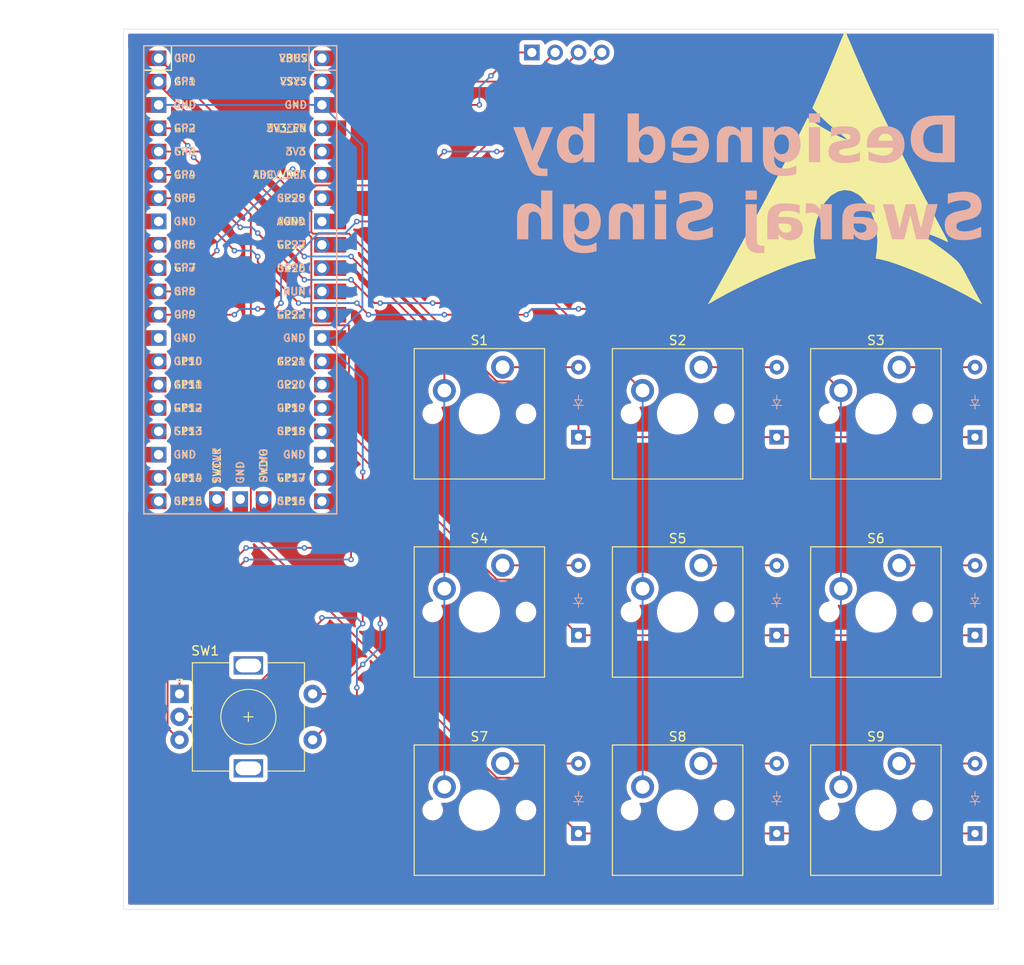
<source format=kicad_pcb>
(kicad_pcb (version 20240108) (generator "pcbnew") (generator_version "8.0")
  (layers (0 "F.Cu" signal) (31 "B.Cu" signal) (34 "B.Paste" user) (35 "F.Paste" user) (36 "B.SilkS" user "B.Silkscreen") (37 "F.SilkS" user "F.Silkscreen") (38 "B.Mask" user) (39 "F.Mask" user) (44 "Edge.Cuts" user))
  (net 0 "")
  (net 1 "Row 0")
  (net 2 "Net-(D1-A)")
  (net 3 "Net-(D2-A)")
  (net 4 "Net-(D3-A)")
  (net 5 "Row 1")
  (net 6 "Net-(D4-A)")
  (net 7 "Net-(D5-A)")
  (net 8 "Net-(D6-A)")
  (net 9 "Net-(D7-A)")
  (net 10 "Row 2")
  (net 11 "Net-(D8-A)")
  (net 12 "Net-(D9-A)")
  (net 13 "Column 0")
  (net 14 "Column 1")
  (net 15 "Column 2")
  (net 16 "SDA")
  (net 21 "GND")
  (net 34 "Button")
  (net 35 "VCC")
  (net 41 "SCL")
  (net 44 "Step")
  (net 46 "Direction")
  (footprint "ScottoKeebs_MX:MX_PCB_1.00u" (layer "F.Cu") (at 147.955 76.2)
    (property "Reference" "S3" (at 0 -8 0) (layer "F.SilkS"))
    (property "Value" "Keyswitch")
    (pad "" np_thru_hole circle (at -5.08 0) (size 1.75 1.75) (drill 1.75) (layers "*.Cu" "*.Mask"))
    (pad "" np_thru_hole circle (at 0 0) (size 4 4) (drill 4) (layers "*.Cu" "*.Mask"))
    (pad "" np_thru_hole circle (at 5.08 0) (size 1.75 1.75) (drill 1.75) (layers "*.Cu" "*.Mask"))
    (pad "1" thru_hole circle (at -3.81 -2.54) (size 2.5 2.5) (drill 1.5) (layers "*.Cu" "*.Mask") (net 15 "Column 2"))
    (pad "2" thru_hole circle (at 2.54 -5.08) (size 2.5 2.5) (drill 1.5) (layers "*.Cu" "*.Mask") (net 4 "Net-(D3-A)"))
  )
  (footprint "ScottoKeebs_MX:MX_PCB_1.00u" (layer "F.Cu") (at 147.955 119.38)
    (property "Reference" "S9" (at 0 -8 0) (layer "F.SilkS"))
    (property "Value" "Keyswitch")
    (pad "" np_thru_hole circle (at -5.08 0) (size 1.75 1.75) (drill 1.75) (layers "*.Cu" "*.Mask"))
    (pad "" np_thru_hole circle (at 0 0) (size 4 4) (drill 4) (layers "*.Cu" "*.Mask"))
    (pad "" np_thru_hole circle (at 5.08 0) (size 1.75 1.75) (drill 1.75) (layers "*.Cu" "*.Mask"))
    (pad "1" thru_hole circle (at -3.81 -2.54) (size 2.5 2.5) (drill 1.5) (layers "*.Cu" "*.Mask") (net 15 "Column 2"))
    (pad "2" thru_hole circle (at 2.54 -5.08) (size 2.5 2.5) (drill 1.5) (layers "*.Cu" "*.Mask") (net 12 "Net-(D9-A)"))
  )
  (footprint "ScottoKeebs_MX:MX_PCB_1.00u" (layer "F.Cu") (at 126.365 97.79)
    (property "Reference" "S5" (at 0 -8 0) (layer "F.SilkS"))
    (property "Value" "Keyswitch")
    (pad "" np_thru_hole circle (at -5.08 0) (size 1.75 1.75) (drill 1.75) (layers "*.Cu" "*.Mask"))
    (pad "" np_thru_hole circle (at 0 0) (size 4 4) (drill 4) (layers "*.Cu" "*.Mask"))
    (pad "" np_thru_hole circle (at 5.08 0) (size 1.75 1.75) (drill 1.75) (layers "*.Cu" "*.Mask"))
    (pad "1" thru_hole circle (at -3.81 -2.54) (size 2.5 2.5) (drill 1.5) (layers "*.Cu" "*.Mask") (net 14 "Column 1"))
    (pad "2" thru_hole circle (at 2.54 -5.08) (size 2.5 2.5) (drill 1.5) (layers "*.Cu" "*.Mask") (net 7 "Net-(D5-A)"))
  )
  (footprint "Rotary_Encoder:RotaryEncoder_Alps_EC11E-Switch_Vertical_H20mm" (layer "F.Cu") (at 72.125 106.72)
    (property "Reference" "SW1" (at 2.8 -4.7 0) (layer "F.SilkS"))
    (property "Value" "RotaryEncoder_Switch")
    (pad "A" thru_hole rect (at 0 0) (size 2 2) (drill 1) (layers "*.Cu" "*.Mask") (net 46 "Direction"))
    (pad "B" thru_hole circle (at 0 5) (size 2 2) (drill 1) (layers "*.Cu" "*.Mask") (net 34 "Button"))
    (pad "C" thru_hole circle (at 0 2.5) (size 2 2) (drill 1) (layers "*.Cu" "*.Mask") (net 21 "GND"))
    (pad "MP" thru_hole rect (at 7.5 -3.1) (size 3.2 2) (drill oval 2.8 1.5) (layers "*.Cu" "*.Mask"))
    (pad "MP" thru_hole rect (at 7.5 8.1) (size 3.2 2) (drill oval 2.8 1.5) (layers "*.Cu" "*.Mask"))
    (pad "S1" thru_hole circle (at 14.5 5) (size 2 2) (drill 1) (layers "*.Cu" "*.Mask") (net 21 "GND"))
    (pad "S2" thru_hole circle (at 14.5 0) (size 2 2) (drill 1) (layers "*.Cu" "*.Mask") (net 44 "Step"))
  )
  (footprint "ScottoKeebs_MX:MX_PCB_1.00u" (layer "F.Cu") (at 126.365 76.2)
    (property "Reference" "S2" (at 0 -8 0) (layer "F.SilkS"))
    (property "Value" "Keyswitch")
    (pad "" np_thru_hole circle (at -5.08 0) (size 1.75 1.75) (drill 1.75) (layers "*.Cu" "*.Mask"))
    (pad "" np_thru_hole circle (at 0 0) (size 4 4) (drill 4) (layers "*.Cu" "*.Mask"))
    (pad "" np_thru_hole circle (at 5.08 0) (size 1.75 1.75) (drill 1.75) (layers "*.Cu" "*.Mask"))
    (pad "1" thru_hole circle (at -3.81 -2.54) (size 2.5 2.5) (drill 1.5) (layers "*.Cu" "*.Mask") (net 14 "Column 1"))
    (pad "2" thru_hole circle (at 2.54 -5.08) (size 2.5 2.5) (drill 1.5) (layers "*.Cu" "*.Mask") (net 3 "Net-(D2-A)"))
  )
  (footprint "ScottoKeebs_MX:MX_PCB_1.00u" (layer "F.Cu") (at 104.775 119.38)
    (property "Reference" "S7" (at 0 -8 0) (layer "F.SilkS"))
    (property "Value" "Keyswitch")
    (pad "" np_thru_hole circle (at -5.08 0) (size 1.75 1.75) (drill 1.75) (layers "*.Cu" "*.Mask"))
    (pad "" np_thru_hole circle (at 0 0) (size 4 4) (drill 4) (layers "*.Cu" "*.Mask"))
    (pad "" np_thru_hole circle (at 5.08 0) (size 1.75 1.75) (drill 1.75) (layers "*.Cu" "*.Mask"))
    (pad "1" thru_hole circle (at -3.81 -2.54) (size 2.5 2.5) (drill 1.5) (layers "*.Cu" "*.Mask") (net 13 "Column 0"))
    (pad "2" thru_hole circle (at 2.54 -5.08) (size 2.5 2.5) (drill 1.5) (layers "*.Cu" "*.Mask") (net 9 "Net-(D7-A)"))
  )
  (footprint "ScottoKeebs_MX:MX_PCB_1.00u" (layer "F.Cu") (at 104.775 76.2)
    (property "Reference" "S1" (at 0 -8 0) (layer "F.SilkS"))
    (property "Value" "Keyswitch")
    (pad "" np_thru_hole circle (at -5.08 0) (size 1.75 1.75) (drill 1.75) (layers "*.Cu" "*.Mask"))
    (pad "" np_thru_hole circle (at 0 0) (size 4 4) (drill 4) (layers "*.Cu" "*.Mask"))
    (pad "" np_thru_hole circle (at 5.08 0) (size 1.75 1.75) (drill 1.75) (layers "*.Cu" "*.Mask"))
    (pad "1" thru_hole circle (at -3.81 -2.54) (size 2.5 2.5) (drill 1.5) (layers "*.Cu" "*.Mask") (net 13 "Column 0"))
    (pad "2" thru_hole circle (at 2.54 -5.08) (size 2.5 2.5) (drill 1.5) (layers "*.Cu" "*.Mask") (net 2 "Net-(D1-A)"))
  )
  (footprint "ScottoKeebs_Components:OLED_128x64" (layer "F.Cu") (at 114.3 36.83)
    (property "Reference" "J1" (hide yes))
    (property "Value" "OLED_128x64")
    (pad "1" thru_hole rect (at -3.81 0 90) (size 1.7 1.7) (drill 1) (layers "*.Cu" "*.Mask") (net 21 "GND"))
    (pad "2" thru_hole oval (at -1.27 0 90) (size 1.7 1.7) (drill 1) (layers "*.Cu" "*.Mask") (net 35 "VCC"))
    (pad "3" thru_hole oval (at 1.27 0 90) (size 1.7 1.7) (drill 1) (layers "*.Cu" "*.Mask") (net 41 "SCL"))
    (pad "4" thru_hole oval (at 3.81 0 90) (size 1.7 1.7) (drill 1) (layers "*.Cu" "*.Mask") (net 16 "SDA"))
  )
  (footprint "ScottoKeebs_MX:MX_PCB_1.00u" (layer "F.Cu") (at 104.775 97.79)
    (property "Reference" "S4" (at 0 -8 0) (layer "F.SilkS"))
    (property "Value" "Keyswitch")
    (pad "" np_thru_hole circle (at -5.08 0) (size 1.75 1.75) (drill 1.75) (layers "*.Cu" "*.Mask"))
    (pad "" np_thru_hole circle (at 0 0) (size 4 4) (drill 4) (layers "*.Cu" "*.Mask"))
    (pad "" np_thru_hole circle (at 5.08 0) (size 1.75 1.75) (drill 1.75) (layers "*.Cu" "*.Mask"))
    (pad "1" thru_hole circle (at -3.81 -2.54) (size 2.5 2.5) (drill 1.5) (layers "*.Cu" "*.Mask") (net 13 "Column 0"))
    (pad "2" thru_hole circle (at 2.54 -5.08) (size 2.5 2.5) (drill 1.5) (layers "*.Cu" "*.Mask") (net 6 "Net-(D4-A)"))
  )
  (footprint "Graphics:archh" (layer "F.Cu") (at 144.526 49.276)
    (property "Reference" "G***" (hide yes))
    (property "Value" "LOGO" (hide yes))
  )
  (footprint "ScottoKeebs_MX:MX_PCB_1.00u" (layer "F.Cu") (at 147.955 97.79)
    (property "Reference" "S6" (at 0 -8 0) (layer "F.SilkS"))
    (property "Value" "Keyswitch")
    (pad "" np_thru_hole circle (at -5.08 0) (size 1.75 1.75) (drill 1.75) (layers "*.Cu" "*.Mask"))
    (pad "" np_thru_hole circle (at 0 0) (size 4 4) (drill 4) (layers "*.Cu" "*.Mask"))
    (pad "" np_thru_hole circle (at 5.08 0) (size 1.75 1.75) (drill 1.75) (layers "*.Cu" "*.Mask"))
    (pad "1" thru_hole circle (at -3.81 -2.54) (size 2.5 2.5) (drill 1.5) (layers "*.Cu" "*.Mask") (net 15 "Column 2"))
    (pad "2" thru_hole circle (at 2.54 -5.08) (size 2.5 2.5) (drill 1.5) (layers "*.Cu" "*.Mask") (net 8 "Net-(D6-A)"))
  )
  (footprint "ScottoKeebs_MX:MX_PCB_1.00u" (layer "F.Cu") (at 126.365 119.38)
    (property "Reference" "S8" (at 0 -8 0) (layer "F.SilkS"))
    (property "Value" "Keyswitch")
    (pad "" np_thru_hole circle (at -5.08 0) (size 1.75 1.75) (drill 1.75) (layers "*.Cu" "*.Mask"))
    (pad "" np_thru_hole circle (at 0 0) (size 4 4) (drill 4) (layers "*.Cu" "*.Mask"))
    (pad "" np_thru_hole circle (at 5.08 0) (size 1.75 1.75) (drill 1.75) (layers "*.Cu" "*.Mask"))
    (pad "1" thru_hole circle (at -3.81 -2.54) (size 2.5 2.5) (drill 1.5) (layers "*.Cu" "*.Mask") (net 14 "Column 1"))
    (pad "2" thru_hole circle (at 2.54 -5.08) (size 2.5 2.5) (drill 1.5) (layers "*.Cu" "*.Mask") (net 11 "Net-(D8-A)"))
  )
  (footprint "ScottoKeebs_MCU:Raspberry_Pi_Pico" (layer "F.Cu") (at 78.74 61.595)
    (property "Reference" "U1" (hide yes))
    (property "Value" "Raspberry_Pi_Pico" (hide yes))
    (fp_text user "GP0" (at -6.04 -24.13 0) (layer "B.SilkS") (effects (font (size 0.8 0.8)) (justify mirror)))
    (fp_text user "3V3" (at 6.04 -13.97 0) (layer "B.SilkS") (effects (font (size 0.8 0.8)) (justify mirror)))
    (fp_text user "SWDIO" (at 2.54 20.25 90) (layer "B.SilkS") (effects (font (size 0.8 0.8)) (justify mirror)))
    (fp_text user "GP10" (at -5.69 8.89 0) (layer "B.SilkS") (effects (font (size 0.8 0.8)) (justify mirror)))
    (fp_text user "GP2" (at -6.04 -16.51 0) (layer "B.SilkS") (effects (font (size 0.8 0.8)) (justify mirror)))
    (fp_text user "GP14" (at -5.69 21.59 0) (layer "B.SilkS") (effects (font (size 0.8 0.8)) (justify mirror)))
    (fp_text user "GP22" (at 5.54 3.81 0) (layer "B.SilkS") (effects (font (size 0.8 0.8)) (justify mirror)))
    (fp_text user "GP4" (at -6.04 -11.43 0) (layer "B.SilkS") (effects (font (size 0.8 0.8)) (justify mirror)))
    (fp_text user "GP12" (at -5.69 13.97 0) (layer "B.SilkS") (effects (font (size 0.8 0.8)) (justify mirror)))
    (fp_text user "GP18" (at 5.54 16.51 0) (layer "B.SilkS") (effects (font (size 0.8 0.8)) (justify mirror)))
    (fp_text user "GND" (at 6.04 -19.05 0) (layer "B.SilkS") (effects (font (size 0.8 0.8)) (justify mirror)))
    (fp_text user "3V3_EN" (at 5.04 -16.51 0) (layer "B.SilkS") (effects (font (size 0.8 0.8)) (justify mirror)))
    (fp_text user "GP15" (at -5.69 24.13 0) (layer "B.SilkS") (effects (font (size 0.8 0.8)) (justify mirror)))
    (fp_text user "SWCLK" (at -2.54 20.25 90) (layer "B.SilkS") (effects (font (size 0.8 0.8)) (justify mirror)))
    (fp_text user "GND" (at -6.04 19.05 0) (layer "B.SilkS") (effects (font (size 0.8 0.8)) (justify mirror)))
    (fp_text user "GP26" (at 5.54 -1.27 0) (layer "B.SilkS") (effects (font (size 0.8 0.8)) (justify mirror)))
    (fp_text user "GP9" (at -6.04 3.81 0) (layer "B.SilkS") (effects (font (size 0.8 0.8)) (justify mirror)))
    (fp_text user "GP8" (at -6.04 1.27 0) (layer "B.SilkS") (effects (font (size 0.8 0.8)) (justify mirror)))
    (fp_text user "GND" (at 5.89 19.05 0) (layer "B.SilkS") (effects (font (size 0.8 0.8)) (justify mirror)))
    (fp_text user "GP7" (at -6.04 -1.3 0) (layer "B.SilkS") (effects (font (size 0.8 0.8)) (justify mirror)))
    (fp_text user "RUN" (at 5.89 1.27 0) (layer "B.SilkS") (effects (font (size 0.8 0.8)) (justify mirror)))
    (fp_text user "GP19" (at 5.54 13.97 0) (layer "B.SilkS") (effects (font (size 0.8 0.8)) (justify mirror)))
    (fp_text user "GP21" (at 5.54 8.9 0) (layer "B.SilkS") (effects (font (size 0.8 0.8)) (justify mirror)))
    (fp_text user "ADC_VREF" (at 4.29 -11.43 0) (layer "B.SilkS") (effects (font (size 0.8 0.8)) (justify mirror)))
    (fp_text user "GP27" (at 5.54 -3.8 0) (layer "B.SilkS") (effects (font (size 0.8 0.8)) (justify mirror)))
    (fp_text user "GND" (at 5.89 6.35 0) (layer "B.SilkS") (effects (font (size 0.8 0.8)) (justify mirror)))
    (fp_text user "GND" (at 0 21 90) (layer "B.SilkS") (effects (font (size 0.8 0.8)) (justify mirror)))
    (fp_text user "GP1" (at -6.04 -21.6 0) (layer "B.SilkS") (effects (font (size 0.8 0.8)) (justify mirror)))
    (fp_text user "GP6" (at -6.04 -3.81 0) (layer "B.SilkS") (effects (font (size 0.8 0.8)) (justify mirror)))
    (fp_text user "VBUS" (at 5.79 -24.13 0) (layer "B.SilkS") (effects (font (size 0.8 0.8)) (justify mirror)))
    (fp_text user "GP11" (at -5.69 11.43 0) (layer "B.SilkS") (effects (font (size 0.8 0.8)) (justify mirror)))
    (fp_text user "GP13" (at -5.69 16.51 0) (layer "B.SilkS") (effects (font (size 0.8 0.8)) (justify mirror)))
    (fp_text user "VSYS" (at 5.79 -21.59 0) (layer "B.SilkS") (effects (font (size 0.8 0.8)) (justify mirror)))
    (fp_text user "AGND" (at 5.54 -6.35 0) (layer "B.SilkS") (effects (font (size 0.8 0.8)) (justify mirror)))
    (fp_text user "GP28" (at 5.54 -8.89 0) (layer "B.SilkS") (effects (font (size 0.8 0.8)) (justify mirror)))
    (fp_text user "GP20" (at 5.54 11.43 0) (layer "B.SilkS") (effects (font (size 0.8 0.8)) (justify mirror)))
    (fp_text user "GP16" (at 5.54 24.13 0) (layer "B.SilkS") (effects (font (size 0.8 0.8)) (justify mirror)))
    (fp_text user "GP3" (at -6.04 -13.97 0) (layer "B.SilkS") (effects (font (size 0.8 0.8)) (justify mirror)))
    (fp_text user "GND" (at -6.04 6.35 0) (layer "B.SilkS") (effects (font (size 0.8 0.8)) (justify mirror)))
    (fp_text user "GP17" (at 5.54 21.59 0) (layer "B.SilkS") (effects (font (size 0.8 0.8)) (justify mirror)))
    (fp_text user "GND" (at -6.04 -6.35 0) (layer "B.SilkS") (effects (font (size 0.8 0.8)) (justify mirror)))
    (fp_text user "GND" (at -6.04 -19.05 0) (layer "B.SilkS") (effects (font (size 0.8 0.8)) (justify mirror)))
    (fp_text user "GP5" (at -6.04 -8.89 0) (layer "B.SilkS") (effects (font (size 0.8 0.8)) (justify mirror)))
    (fp_text user "GND" (at -6.04 19.05 0) (layer "F.SilkS") (effects (font (size 0.8 0.8))))
    (fp_text user "GND" (at -6.04 6.35 0) (layer "F.SilkS") (effects (font (size 0.8 0.8))))
    (fp_text user "GP3" (at -6.04 -13.97 0) (layer "F.SilkS") (effects (font (size 0.8 0.8))))
    (fp_text user "GP28" (at 5.54 -8.89 0) (layer "F.SilkS") (effects (font (size 0.8 0.8))))
    (fp_text user "GP10" (at -5.69 8.89 0) (layer "F.SilkS") (effects (font (size 0.8 0.8))))
    (fp_text user "SWCLK" (at -2.54 20.25 90) (layer "F.SilkS") (effects (font (size 0.8 0.8))))
    (fp_text user "GP5" (at -6.04 -8.89 0) (layer "F.SilkS") (effects (font (size 0.8 0.8))))
    (fp_text user "GP26" (at 5.54 -1.27 0) (layer "F.SilkS") (effects (font (size 0.8 0.8))))
    (fp_text user "GND" (at 5.89 6.35 0) (layer "F.SilkS") (effects (font (size 0.8 0.8))))
    (fp_text user "GP8" (at -6.04 1.27 0) (layer "F.SilkS") (effects (font (size 0.8 0.8))))
    (fp_text user "GND" (at 0 21 90) (layer "F.SilkS") (effects (font (size 0.8 0.8))))
    (fp_text user "GND" (at 5.89 19.05 0) (layer "F.SilkS") (effects (font (size 0.8 0.8))))
    (fp_text user "GP12" (at -5.69 13.97 0) (layer "F.SilkS") (effects (font (size 0.8 0.8))))
    (fp_text user "RUN" (at 5.89 1.27 0) (layer "F.SilkS") (effects (font (size 0.8 0.8))))
    (fp_text user "GP13" (at -5.69 16.51 0) (layer "F.SilkS") (effects (font (size 0.8 0.8))))
    (fp_text user "GP21" (at 5.54 8.9 0) (layer "F.SilkS") (effects (font (size 0.8 0.8))))
    (fp_text user "3V3_EN" (at 5.04 -16.51 0) (layer "F.SilkS") (effects (font (size 0.8 0.8))))
    (fp_text user "GP6" (at -6.04 -3.81 0) (layer "F.SilkS") (effects (font (size 0.8 0.8))))
    (fp_text user "GP0" (at -6.04 -24.13 0) (layer "F.SilkS") (effects (font (size 0.8 0.8))))
    (fp_text user "VBUS" (at 5.79 -24.13 0) (layer "F.SilkS") (effects (font (size 0.8 0.8))))
    (fp_text user "SWDIO" (at 2.54 20.25 90) (layer "F.SilkS") (effects (font (size 0.8 0.8))))
    (fp_text user "GND" (at -6.04 -6.35 0) (layer "F.SilkS") (effects (font (size 0.8 0.8))))
    (fp_text user "GP1" (at -6.04 -21.6 0) (layer "F.SilkS") (effects (font (size 0.8 0.8))))
    (fp_text user "GP4" (at -6.04 -11.43 0) (layer "F.SilkS") (effects (font (size 0.8 0.8))))
    (fp_text user "GP9" (at -6.04 3.81 0) (layer "F.SilkS") (effects (font (size 0.8 0.8))))
    (fp_text user "GP20" (at 5.54 11.43 0) (layer "F.SilkS") (effects (font (size 0.8 0.8))))
    (fp_text user "GP17" (at 5.54 21.59 0) (layer "F.SilkS") (effects (font (size 0.8 0.8))))
    (fp_text user "GP11" (at -5.69 11.43 0) (layer "F.SilkS") (effects (font (size 0.8 0.8))))
    (fp_text user "GP15" (at -5.69 24.13 0) (layer "F.SilkS") (effects (font (size 0.8 0.8))))
    (fp_text user "GND" (at -6.04 -19.05 0) (layer "F.SilkS") (effects (font (size 0.8 0.8))))
    (fp_text user "3V3" (at 6.04 -13.97 0) (layer "F.SilkS") (effects (font (size 0.8 0.8))))
    (fp_text user "VSYS" (at 5.79 -21.59 0) (layer "F.SilkS") (effects (font (size 0.8 0.8))))
    (fp_text user "GP16" (at 5.54 24.13 0) (layer "F.SilkS") (effects (font (size 0.8 0.8))))
    (fp_text user "ADC_VREF" (at 4.29 -11.43 0) (layer "F.SilkS") (effects (font (size 0.8 0.8))))
    (fp_text user "GP19" (at 5.54 13.97 0) (layer "F.SilkS") (effects (font (size 0.8 0.8))))
    (fp_text user "GP22" (at 5.54 3.81 0) (layer "F.SilkS") (effects (font (size 0.8 0.8))))
    (fp_text user "GP2" (at -6.04 -16.51 0) (layer "F.SilkS") (effects (font (size 0.8 0.8))))
    (fp_text user "GP14" (at -5.69 21.59 0) (layer "F.SilkS") (effects (font (size 0.8 0.8))))
    (fp_text user "GND" (at 6.04 -19.05 0) (layer "F.SilkS") (effects (font (size 0.8 0.8))))
    (fp_text user "GP27" (at 5.54 -3.8 0) (layer "F.SilkS") (effects (font (size 0.8 0.8))))
    (fp_text user "GP7" (at -6.04 -1.3 0) (layer "F.SilkS") (effects (font (size 0.8 0.8))))
    (fp_text user "AGND" (at 5.54 -6.35 0) (layer "F.SilkS") (effects (font (size 0.8 0.8))))
    (fp_text user "GP18" (at 5.54 16.51 0) (layer "F.SilkS") (effects (font (size 0.8 0.8))))
    (pad "1" thru_hole oval (at -8.89 -24.13) (size 1.7 1.7) (drill 1.02) (layers "*.Cu" "*.Mask") (net 1 "Row 0"))
    (pad "1" smd rect (at -8.89 -24.13) (size 3.5 1.7) (drill (offset -0.9 0)) (layers "F.Cu" "F.Mask") (net 1 "Row 0"))
    (pad "2" thru_hole oval (at -8.89 -21.59) (size 1.7 1.7) (drill 1.02) (layers "*.Cu" "*.Mask") (net 5 "Row 1"))
    (pad "2" smd rect (at -8.89 -21.59) (size 3.5 1.7) (drill (offset -0.9 0)) (layers "F.Cu" "F.Mask") (net 5 "Row 1"))
    (pad "3" thru_hole rect (at -8.89 -19.05) (size 1.7 1.7) (drill 1.02) (layers "*.Cu" "*.Mask") (net 21 "GND"))
    (pad "3" smd rect (at -8.89 -19.05) (size 3.5 1.7) (drill (offset -0.9 0)) (layers "F.Cu" "F.Mask") (net 21 "GND"))
    (pad "4" thru_hole oval (at -8.89 -16.51) (size 1.7 1.7) (drill 1.02) (layers "*.Cu" "*.Mask") (net 10 "Row 2"))
    (pad "4" smd rect (at -8.89 -16.51) (size 3.5 1.7) (drill (offset -0.9 0)) (layers "F.Cu" "F.Mask") (net 10 "Row 2"))
    (pad "5" thru_hole oval (at -8.89 -13.97) (size 1.7 1.7) (drill 1.02) (layers "*.Cu" "*.Mask") (net 13 "Column 0"))
    (pad "5" smd rect (at -8.89 -13.97) (size 3.5 1.7) (drill (offset -0.9 0)) (layers "F.Cu" "F.Mask") (net 13 "Column 0"))
    (pad "6" thru_hole oval (at -8.89 -11.43) (size 1.7 1.7) (drill 1.02) (layers "*.Cu" "*.Mask") (net 14 "Column 1"))
    (pad "6" smd rect (at -8.89 -11.43) (size 3.5 1.7) (drill (offset -0.9 0)) (layers "F.Cu" "F.Mask") (net 14 "Column 1"))
    (pad "7" thru_hole oval (at -8.89 -8.89) (size 1.7 1.7) (drill 1.02) (layers "*.Cu" "*.Mask") (net 15 "Column 2"))
    (pad "7" smd rect (at -8.89 -8.89) (size 3.5 1.7) (drill (offset -0.9 0)) (layers "F.Cu" "F.Mask") (net 15 "Column 2"))
    (pad "8" thru_hole rect (at -8.89 -6.35) (size 1.7 1.7) (drill 1.02) (layers "*.Cu" "*.Mask"))
    (pad "8" smd rect (at -8.89 -6.35) (size 3.5 1.7) (drill (offset -0.9 0)) (layers "F.Cu" "F.Mask"))
    (pad "9" thru_hole oval (at -8.89 -3.81) (size 1.7 1.7) (drill 1.02) (layers "*.Cu" "*.Mask"))
    (pad "9" smd rect (at -8.89 -3.81) (size 3.5 1.7) (drill (offset -0.9 0)) (layers "F.Cu" "F.Mask"))
    (pad "10" thru_hole oval (at -8.89 -1.27) (size 1.7 1.7) (drill 1.02) (layers "*.Cu" "*.Mask"))
    (pad "10" smd rect (at -8.89 -1.27) (size 3.5 1.7) (drill (offset -0.9 0)) (layers "F.Cu" "F.Mask"))
    (pad "11" thru_hole oval (at -8.89 1.27) (size 1.7 1.7) (drill 1.02) (layers "*.Cu" "*.Mask") (net 16 "SDA"))
    (pad "11" smd rect (at -8.89 1.27) (size 3.5 1.7) (drill (offset -0.9 0)) (layers "F.Cu" "F.Mask") (net 16 "SDA"))
    (pad "12" thru_hole oval (at -8.89 3.81) (size 1.7 1.7) (drill 1.02) (layers "*.Cu" "*.Mask") (net 41 "SCL"))
    (pad "12" smd rect (at -8.89 3.81) (size 3.5 1.7) (drill (offset -0.9 0)) (layers "F.Cu" "F.Mask") (net 41 "SCL"))
    (pad "13" thru_hole rect (at -8.89 6.35) (size 1.7 1.7) (drill 1.02) (layers "*.Cu" "*.Mask"))
    (pad "13" smd rect (at -8.89 6.35) (size 3.5 1.7) (drill (offset -0.9 0)) (layers "F.Cu" "F.Mask"))
    (pad "14" thru_hole oval (at -8.89 8.89) (size 1.7 1.7) (drill 1.02) (layers "*.Cu" "*.Mask"))
    (pad "14" smd rect (at -8.89 8.89) (size 3.5 1.7) (drill (offset -0.9 0)) (layers "F.Cu" "F.Mask"))
    (pad "15" thru_hole oval (at -8.89 11.43) (size 1.7 1.7) (drill 1.02) (layers "*.Cu" "*.Mask"))
    (pad "15" smd rect (at -8.89 11.43) (size 3.5 1.7) (drill (offset -0.9 0)) (layers "F.Cu" "F.Mask"))
    (pad "16" thru_hole oval (at -8.89 13.97) (size 1.7 1.7) (drill 1.02) (layers "*.Cu" "*.Mask"))
    (pad "16" smd rect (at -8.89 13.97) (size 3.5 1.7) (drill (offset -0.9 0)) (layers "F.Cu" "F.Mask"))
    (pad "17" thru_hole oval (at -8.89 16.51) (size 1.7 1.7) (drill 1.02) (layers "*.Cu" "*.Mask"))
    (pad "17" smd rect (at -8.89 16.51) (size 3.5 1.7) (drill (offset -0.9 0)) (layers "F.Cu" "F.Mask"))
    (pad "18" thru_hole rect (at -8.89 19.05) (size 1.7 1.7) (drill 1.02) (layers "*.Cu" "*.Mask"))
    (pad "18" smd rect (at -8.89 19.05) (size 3.5 1.7) (drill (offset -0.9 0)) (layers "F.Cu" "F.Mask"))
    (pad "19" thru_hole oval (at -8.89 21.59) (size 1.7 1.7) (drill 1.02) (layers "*.Cu" "*.Mask"))
    (pad "19" smd rect (at -8.89 21.59) (size 3.5 1.7) (drill (offset -0.9 0)) (layers "F.Cu" "F.Mask"))
    (pad "20" thru_hole oval (at -8.89 24.13) (size 1.7 1.7) (drill 1.02) (layers "*.Cu" "*.Mask"))
    (pad "20" smd rect (at -8.89 24.13) (size 3.5 1.7) (drill (offset -0.9 0)) (layers "F.Cu" "F.Mask"))
    (pad "21" thru_hole oval (at 8.89 24.13) (size 1.7 1.7) (drill 1.02) (layers "*.Cu" "*.Mask") (net 34 "Button"))
    (pad "21" smd rect (at 8.89 24.13) (size 3.5 1.7) (drill (offset 0.9 0)) (layers "F.Cu" "F.Mask") (net 34 "Button"))
    (pad "22" thru_hole oval (at 8.89 21.59) (size 1.7 1.7) (drill 1.02) (layers "*.Cu" "*.Mask") (net 46 "Direction"))
    (pad "22" smd rect (at 8.89 21.59) (size 3.5 1.7) (drill (offset 0.9 0)) (layers "F.Cu" "F.Mask") (net 46 "Direction"))
    (pad "23" thru_hole rect (at 8.89 19.05) (size 1.7 1.7) (drill 1.02) (layers "*.Cu" "*.Mask"))
    (pad "23" smd rect (at 8.89 19.05) (size 3.5 1.7) (drill (offset 0.9 0)) (layers "F.Cu" "F.Mask"))
    (pad "24" thru_hole oval (at 8.89 16.51) (size 1.7 1.7) (drill 1.02) (layers "*.Cu" "*.Mask") (net 44 "Step"))
    (pad "24" smd rect (at 8.89 16.51) (size 3.5 1.7) (drill (offset 0.9 0)) (layers "F.Cu" "F.Mask") (net 44 "Step"))
    (pad "25" thru_hole oval (at 8.89 13.97) (size 1.7 1.7) (drill 1.02) (layers "*.Cu" "*.Mask"))
    (pad "25" smd rect (at 8.89 13.97) (size 3.5 1.7) (drill (offset 0.9 0)) (layers "F.Cu" "F.Mask"))
    (pad "26" thru_hole oval (at 8.89 11.43) (size 1.7 1.7) (drill 1.02) (layers "*.Cu" "*.Mask"))
    (pad "26" smd rect (at 8.89 11.43) (size 3.5 1.7) (drill (offset 0.9 0)) (layers "F.Cu" "F.Mask"))
    (pad "27" thru_hole oval (at 8.89 8.89) (size 1.7 1.7) (drill 1.02) (layers "*.Cu" "*.Mask"))
    (pad "27" smd rect (at 8.89 8.89) (size 3.5 1.7) (drill (offset 0.9 0)) (layers "F.Cu" "F.Mask"))
    (pad "28" thru_hole rect (at 8.89 6.35) (size 1.7 1.7) (drill 1.02) (layers "*.Cu" "*.Mask") (net 21 "GND"))
    (pad "28" smd rect (at 8.89 6.35) (size 3.5 1.7) (drill (offset 0.9 0)) (layers "F.Cu" "F.Mask") (net 21 "GND"))
    (pad "29" thru_hole oval (at 8.89 3.81) (size 1.7 1.7) (drill 1.02) (layers "*.Cu" "*.Mask"))
    (pad "29" smd rect (at 8.89 3.81) (size 3.5 1.7) (drill (offset 0.9 0)) (layers "F.Cu" "F.Mask"))
    (pad "30" thru_hole oval (at 8.89 1.27) (size 1.7 1.7) (drill 1.02) (layers "*.Cu" "*.Mask"))
    (pad "30" smd rect (at 8.89 1.27) (size 3.5 1.7) (drill (offset 0.9 0)) (layers "F.Cu" "F.Mask"))
    (pad "31" thru_hole oval (at 8.89 -1.27) (size 1.7 1.7) (drill 1.02) (layers "*.Cu" "*.Mask"))
    (pad "31" smd rect (at 8.89 -1.27) (size 3.5 1.7) (drill (offset 0.9 0)) (layers "F.Cu" "F.Mask"))
    (pad "32" thru_hole oval (at 8.89 -3.81) (size 1.7 1.7) (drill 1.02) (layers "*.Cu" "*.Mask"))
    (pad "32" smd rect (at 8.89 -3.81) (size 3.5 1.7) (drill (offset 0.9 0)) (layers "F.Cu" "F.Mask"))
    (pad "33" thru_hole rect (at 8.89 -6.35) (size 1.7 1.7) (drill 1.02) (layers "*.Cu" "*.Mask"))
    (pad "33" smd rect (at 8.89 -6.35) (size 3.5 1.7) (drill (offset 0.9 0)) (layers "F.Cu" "F.Mask"))
    (pad "34" thru_hole oval (at 8.89 -8.89) (size 1.7 1.7) (drill 1.02) (layers "*.Cu" "*.Mask"))
    (pad "34" smd rect (at 8.89 -8.89) (size 3.5 1.7) (drill (offset 0.9 0)) (layers "F.Cu" "F.Mask"))
    (pad "35" thru_hole oval (at 8.89 -11.43) (size 1.7 1.7) (drill 1.02) (layers "*.Cu" "*.Mask"))
    (pad "35" smd rect (at 8.89 -11.43) (size 3.5 1.7) (drill (offset 0.9 0)) (layers "F.Cu" "F.Mask"))
    (pad "36" thru_hole oval (at 8.89 -13.97) (size 1.7 1.7) (drill 1.02) (layers "*.Cu" "*.Mask"))
    (pad "36" smd rect (at 8.89 -13.97) (size 3.5 1.7) (drill (offset 0.9 0)) (layers "F.Cu" "F.Mask"))
    (pad "37" thru_hole oval (at 8.89 -16.51) (size 1.7 1.7) (drill 1.02) (layers "*.Cu" "*.Mask"))
    (pad "37" smd rect (at 8.89 -16.51) (size 3.5 1.7) (drill (offset 0.9 0)) (layers "F.Cu" "F.Mask"))
    (pad "38" thru_hole rect (at 8.89 -19.05) (size 1.7 1.7) (drill 1.02) (layers "*.Cu" "*.Mask") (net 21 "GND"))
    (pad "38" smd rect (at 8.89 -19.05) (size 3.5 1.7) (drill (offset 0.9 0)) (layers "F.Cu" "F.Mask") (net 21 "GND"))
    (pad "39" thru_hole oval (at 8.89 -21.59) (size 1.7 1.7) (drill 1.02) (layers "*.Cu" "*.Mask") (net 35 "VCC"))
    (pad "39" smd rect (at 8.89 -21.59) (size 3.5 1.7) (drill (offset 0.9 0)) (layers "F.Cu" "F.Mask") (net 35 "VCC"))
    (pad "40" thru_hole oval (at 8.89 -24.13) (size 1.7 1.7) (drill 1.02) (layers "*.Cu" "*.Mask"))
    (pad "40" smd rect (at 8.89 -24.13) (size 3.5 1.7) (drill (offset 0.9 0)) (layers "F.Cu" "F.Mask"))
    (pad "41" thru_hole oval (at -2.54 23.9) (size 1.7 1.7) (drill 1.02) (layers "*.Cu" "*.Mask"))
    (pad "41" smd rect (at -2.54 23.9 90) (size 3.5 1.7) (drill (offset -0.9 0)) (layers "F.Cu" "F.Mask"))
    (pad "42" thru_hole rect (at 0 23.9) (size 1.7 1.7) (drill 1.02) (layers "*.Cu" "*.Mask"))
    (pad "42" smd rect (at 0 23.9 90) (size 3.5 1.7) (drill (offset -0.9 0)) (layers "F.Cu" "F.Mask"))
    (pad "43" thru_hole oval (at 2.54 23.9) (size 1.7 1.7) (drill 1.02) (layers "*.Cu" "*.Mask"))
    (pad "43" smd rect (at 2.54 23.9 90) (size 3.5 1.7) (drill (offset -0.9 0)) (layers "F.Cu" "F.Mask"))
  )
  (footprint "ScottoKeebs_Components:Diode_DO-35" (layer "B.Cu") (at 115.57 78.74 90)
    (property "Reference" "D1" (hide yes))
    (property "Value" "Diode" (hide yes))
    (pad "1" thru_hole rect (at 0 0 90) (size 1.6 1.6) (drill 0.8) (layers "*.Cu" "*.Mask") (net 1 "Row 0"))
    (pad "2" thru_hole oval (at 7.62 0 90) (size 1.6 1.6) (drill 0.8) (layers "*.Cu" "*.Mask") (net 2 "Net-(D1-A)"))
  )
  (footprint "ScottoKeebs_Components:Diode_DO-35" (layer "B.Cu") (at 115.57 100.33 90)
    (property "Reference" "D4" (hide yes))
    (property "Value" "Diode" (hide yes))
    (pad "1" thru_hole rect (at 0 0 90) (size 1.6 1.6) (drill 0.8) (layers "*.Cu" "*.Mask") (net 5 "Row 1"))
    (pad "2" thru_hole oval (at 7.62 0 90) (size 1.6 1.6) (drill 0.8) (layers "*.Cu" "*.Mask") (net 6 "Net-(D4-A)"))
  )
  (footprint "ScottoKeebs_Components:Diode_DO-35" (layer "B.Cu") (at 158.75 100.33 90)
    (property "Reference" "D6" (hide yes))
    (property "Value" "Diode" (hide yes))
    (pad "1" thru_hole rect (at 0 0 90) (size 1.6 1.6) (drill 0.8) (layers "*.Cu" "*.Mask") (net 5 "Row 1"))
    (pad "2" thru_hole oval (at 7.62 0 90) (size 1.6 1.6) (drill 0.8) (layers "*.Cu" "*.Mask") (net 8 "Net-(D6-A)"))
  )
  (footprint "ScottoKeebs_Components:Diode_DO-35" (layer "B.Cu") (at 137.16 121.92 90)
    (property "Reference" "D8" (hide yes))
    (property "Value" "Diode" (hide yes))
    (pad "1" thru_hole rect (at 0 0 90) (size 1.6 1.6) (drill 0.8) (layers "*.Cu" "*.Mask") (net 10 "Row 2"))
    (pad "2" thru_hole oval (at 7.62 0 90) (size 1.6 1.6) (drill 0.8) (layers "*.Cu" "*.Mask") (net 11 "Net-(D8-A)"))
  )
  (footprint "ScottoKeebs_Components:Diode_DO-35" (layer "B.Cu") (at 115.57 121.92 90)
    (property "Reference" "D7" (hide yes))
    (property "Value" "Diode" (hide yes))
    (pad "1" thru_hole rect (at 0 0 90) (size 1.6 1.6) (drill 0.8) (layers "*.Cu" "*.Mask") (net 10 "Row 2"))
    (pad "2" thru_hole oval (at 7.62 0 90) (size 1.6 1.6) (drill 0.8) (layers "*.Cu" "*.Mask") (net 9 "Net-(D7-A)"))
  )
  (footprint "ScottoKeebs_Components:Diode_DO-35" (layer "B.Cu") (at 137.16 100.33 90)
    (property "Reference" "D5" (hide yes))
    (property "Value" "Diode" (hide yes))
    (pad "1" thru_hole rect (at 0 0 90) (size 1.6 1.6) (drill 0.8) (layers "*.Cu" "*.Mask") (net 5 "Row 1"))
    (pad "2" thru_hole oval (at 7.62 0 90) (size 1.6 1.6) (drill 0.8) (layers "*.Cu" "*.Mask") (net 7 "Net-(D5-A)"))
  )
  (footprint "ScottoKeebs_Components:Diode_DO-35" (layer "B.Cu") (at 158.75 78.74 90)
    (property "Reference" "D3" (hide yes))
    (property "Value" "Diode" (hide yes))
    (pad "1" thru_hole rect (at 0 0 90) (size 1.6 1.6) (drill 0.8) (layers "*.Cu" "*.Mask") (net 1 "Row 0"))
    (pad "2" thru_hole oval (at 7.62 0 90) (size 1.6 1.6) (drill 0.8) (layers "*.Cu" "*.Mask") (net 4 "Net-(D3-A)"))
  )
  (footprint "ScottoKeebs_Components:Diode_DO-35" (layer "B.Cu") (at 158.75 121.92 90)
    (property "Reference" "D9" (hide yes))
    (property "Value" "Diode" (hide yes))
    (pad "1" thru_hole rect (at 0 0 90) (size 1.6 1.6) (drill 0.8) (layers "*.Cu" "*.Mask") (net 10 "Row 2"))
    (pad "2" thru_hole oval (at 7.62 0 90) (size 1.6 1.6) (drill 0.8) (layers "*.Cu" "*.Mask") (net 12 "Net-(D9-A)"))
  )
  (footprint "ScottoKeebs_Components:Diode_DO-35" (layer "B.Cu") (at 137.16 78.74 90)
    (property "Reference" "D2" (hide yes))
    (property "Value" "Diode" (hide yes))
    (pad "1" thru_hole rect (at 0 0 90) (size 1.6 1.6) (drill 0.8) (layers "*.Cu" "*.Mask") (net 1 "Row 0"))
    (pad "2" thru_hole oval (at 7.62 0 90) (size 1.6 1.6) (drill 0.8) (layers "*.Cu" "*.Mask") (net 3 "Net-(D2-A)"))
  )
  (gr_rect (start 66.04 34.29) (end 161.29 130.175) (stroke (width 0.05)) (fill none) (layer "Edge.Cuts"))
  (gr_text "Designed by\nSwaraj Singh" (at 108.331 58.039 0) (layer "B.SilkS") (effects (font (size 5 5)) (justify right bottom mirror)))
  (segment (start 86.48 54.095) (end 69.85 37.465) (width 0.2) (layer "F.Cu") (net 1))
  (segment (start 115.57 77.47) (end 110.77 72.67) (width 0.2) (layer "F.Cu") (net 1))
  (segment (start 86.662032 56.577032) (end 86.48 56.395) (width 0.2) (layer "F.Cu") (net 1))
  (segment (start 86.48 56.395) (end 86.48 54.095) (width 0.2) (layer "F.Cu") (net 1))
  (segment (start 106.672968 72.67) (end 90.58 56.577032) (width 0.2) (layer "F.Cu") (net 1))
  (segment (start 110.77 72.67) (end 106.672968 72.67) (width 0.2) (layer "F.Cu") (net 1))
  (segment (start 115.57 78.74) (end 158.75 78.74) (width 0.2) (layer "F.Cu") (net 1))
  (segment (start 115.57 78.74) (end 115.57 77.47) (width 0.2) (layer "F.Cu") (net 1))
  (segment (start 90.58 56.577032) (end 86.662032 56.577032) (width 0.2) (layer "F.Cu") (net 1))
  (segment (start 107.315 71.12) (end 115.57 71.12) (width 0.2) (layer "F.Cu") (net 2))
  (segment (start 128.905 71.12) (end 137.16 71.12) (width 0.2) (layer "F.Cu") (net 3))
  (segment (start 150.495 71.12) (end 158.75 71.12) (width 0.2) (layer "F.Cu") (net 4))
  (segment (start 109.5 94.26) (end 106.672968 94.26) (width 0.2) (layer "F.Cu") (net 5))
  (segment (start 106.672968 94.26) (end 90.58 78.167032) (width 0.2) (layer "F.Cu") (net 5))
  (segment (start 69.85 40.330686) (end 69.85 40.005) (width 0.2) (layer "F.Cu") (net 5))
  (segment (start 90.58 78.167032) (end 90.58 66.555) (width 0.2) (layer "F.Cu") (net 5))
  (segment (start 115.57 100.33) (end 109.5 94.26) (width 0.2) (layer "F.Cu") (net 5))
  (segment (start 86.48 66.555) (end 86.48 56.960686) (width 0.2) (layer "F.Cu") (net 5))
  (segment (start 86.48 56.960686) (end 69.85 40.330686) (width 0.2) (layer "F.Cu") (net 5))
  (segment (start 115.57 100.33) (end 158.75 100.33) (width 0.2) (layer "F.Cu") (net 5))
  (segment (start 90.58 66.555) (end 86.48 66.555) (width 0.2) (layer "F.Cu") (net 5))
  (segment (start 107.315 92.71) (end 115.57 92.71) (width 0.2) (layer "F.Cu") (net 6))
  (segment (start 128.905 92.71) (end 137.16 92.71) (width 0.2) (layer "F.Cu") (net 7))
  (segment (start 150.495 92.71) (end 158.75 92.71) (width 0.2) (layer "F.Cu") (net 8))
  (segment (start 107.315 114.3) (end 115.57 114.3) (width 0.2) (layer "F.Cu") (net 9))
  (segment (start 73.025 46.99) (end 71.12 45.085) (width 0.2) (layer "F.Cu") (net 10))
  (segment (start 71.12 45.085) (end 69.85 45.085) (width 0.2) (layer "F.Cu") (net 10))
  (segment (start 109.5 115.85) (end 106.672968 115.85) (width 0.2) (layer "F.Cu") (net 10))
  (segment (start 79.89 89.067032) (end 79.89 54.49) (width 0.2) (layer "F.Cu") (net 10))
  (segment (start 106.672968 115.85) (end 79.89 89.067032) (width 0.2) (layer "F.Cu") (net 10))
  (segment (start 115.57 121.92) (end 158.75 121.92) (width 0.2) (layer "F.Cu") (net 10))
  (segment (start 115.57 121.92) (end 109.5 115.85) (width 0.2) (layer "F.Cu") (net 10))
  (segment (start 79.89 54.49) (end 73.66 48.26) (width 0.2) (layer "F.Cu") (net 10))
  (via (at 73.025 46.99) (size 0.6) (drill 0.3) (layers "F.Cu" "B.Cu") (net 10))
  (via (at 73.66 48.26) (size 0.6) (drill 0.3) (layers "F.Cu" "B.Cu") (net 10))
  (segment (start 73.66 48.26) (end 73.66 47.625) (width 0.2) (layer "B.Cu") (net 10))
  (segment (start 73.66 47.625) (end 73.025 46.99) (width 0.2) (layer "B.Cu") (net 10))
  (segment (start 128.905 114.3) (end 137.16 114.3) (width 0.2) (layer "F.Cu") (net 11))
  (segment (start 150.495 114.3) (end 158.75 114.3) (width 0.2) (layer "F.Cu") (net 12))
  (segment (start 100.965 69.215) (end 90.805 59.055) (width 0.2) (layer "F.Cu") (net 13))
  (segment (start 100.965 73.66) (end 100.965 69.215) (width 0.2) (layer "F.Cu") (net 13))
  (segment (start 85.725 59.055) (end 74.295 47.625) (width 0.2) (layer "F.Cu") (net 13))
  (segment (start 74.295 47.625) (end 69.85 47.625) (width 0.2) (layer "F.Cu") (net 13))
  (via (at 85.725 59.055) (size 0.6) (drill 0.3) (layers "F.Cu" "B.Cu") (net 13))
  (via (at 90.805 59.055) (size 0.6) (drill 0.3) (layers "F.Cu" "B.Cu") (net 13))
  (segment (start 100.965 73.66) (end 100.965 116.84) (width 0.2) (layer "B.Cu") (net 13))
  (segment (start 90.805 59.055) (end 85.725 59.055) (width 0.2) (layer "B.Cu") (net 13))
  (segment (start 73.025 50.165) (end 69.85 50.165) (width 0.2) (layer "F.Cu") (net 14))
  (segment (start 113.03 64.135) (end 99.695 64.135) (width 0.2) (layer "F.Cu") (net 14))
  (segment (start 85.725 61.595) (end 80.645 56.515) (width 0.2) (layer "F.Cu") (net 14))
  (segment (start 122.555 73.66) (end 113.03 64.135) (width 0.2) (layer "F.Cu") (net 14))
  (segment (start 93.98 64.135) (end 93.345 64.135) (width 0.2) (layer "F.Cu") (net 14))
  (segment (start 78.74 55.88) (end 73.025 50.165) (width 0.2) (layer "F.Cu") (net 14))
  (segment (start 93.345 64.135) (end 90.805 61.595) (width 0.2) (layer "F.Cu") (net 14))
  (via (at 93.98 64.135) (size 0.6) (drill 0.3) (layers "F.Cu" "B.Cu") (net 14))
  (via (at 78.74 55.88) (size 0.6) (drill 0.3) (layers "F.Cu" "B.Cu") (net 14))
  (via (at 90.805 61.595) (size 0.6) (drill 0.3) (layers "F.Cu" "B.Cu") (net 14))
  (via (at 99.695 64.135) (size 0.6) (drill 0.3) (layers "F.Cu" "B.Cu") (net 14))
  (via (at 85.725 61.595) (size 0.6) (drill 0.3) (layers "F.Cu" "B.Cu") (net 14))
  (via (at 80.645 56.515) (size 0.6) (drill 0.3) (layers "F.Cu" "B.Cu") (net 14))
  (segment (start 90.805 61.595) (end 85.725 61.595) (width 0.2) (layer "B.Cu") (net 14))
  (segment (start 122.555 73.66) (end 122.555 116.84) (width 0.2) (layer "B.Cu") (net 14))
  (segment (start 80.01 55.88) (end 78.74 55.88) (width 0.2) (layer "B.Cu") (net 14))
  (segment (start 99.695 64.135) (end 93.98 64.135) (width 0.2) (layer "B.Cu") (net 14))
  (segment (start 80.645 56.515) (end 80.01 55.88) (width 0.2) (layer "B.Cu") (net 14))
  (segment (start 72.39 52.705) (end 69.85 52.705) (width 0.2) (layer "F.Cu") (net 15))
  (segment (start 135.255 64.77) (end 115.57 64.77) (width 0.2) (layer "F.Cu") (net 15))
  (segment (start 92.71 65.405) (end 91.44 64.135) (width 0.2) (layer "F.Cu") (net 15))
  (segment (start 80.645 59.69) (end 80.645 59.055) (width 0.2) (layer "F.Cu") (net 15))
  (segment (start 78.105 58.42) (end 72.39 52.705) (width 0.2) (layer "F.Cu") (net 15))
  (segment (start 144.145 73.66) (end 135.255 64.77) (width 0.2) (layer "F.Cu") (net 15))
  (segment (start 85.09 64.135) (end 80.645 59.69) (width 0.2) (layer "F.Cu") (net 15))
  (segment (start 109.855 65.405) (end 100.965 65.405) (width 0.2) (layer "F.Cu") (net 15))
  (via (at 109.855 65.405) (size 0.6) (drill 0.3) (layers "F.Cu" "B.Cu") (net 15))
  (via (at 80.645 59.055) (size 0.6) (drill 0.3) (layers "F.Cu" "B.Cu") (net 15))
  (via (at 92.71 65.405) (size 0.6) (drill 0.3) (layers "F.Cu" "B.Cu") (net 15))
  (via (at 100.965 65.405) (size 0.6) (drill 0.3) (layers "F.Cu" "B.Cu") (net 15))
  (via (at 78.105 58.42) (size 0.6) (drill 0.3) (layers "F.Cu" "B.Cu") (net 15))
  (via (at 91.44 64.135) (size 0.6) (drill 0.3) (layers "F.Cu" "B.Cu") (net 15))
  (via (at 85.09 64.135) (size 0.6) (drill 0.3) (layers "F.Cu" "B.Cu") (net 15))
  (via (at 115.57 64.77) (size 0.6) (drill 0.3) (layers "F.Cu" "B.Cu") (net 15))
  (segment (start 80.01 58.42) (end 78.105 58.42) (width 0.2) (layer "B.Cu") (net 15))
  (segment (start 91.44 64.135) (end 85.09 64.135) (width 0.2) (layer "B.Cu") (net 15))
  (segment (start 115.57 64.77) (end 110.49 64.77) (width 0.2) (layer "B.Cu") (net 15))
  (segment (start 110.49 64.77) (end 109.855 65.405) (width 0.2) (layer "B.Cu") (net 15))
  (segment (start 144.145 73.66) (end 144.145 116.84) (width 0.2) (layer "B.Cu") (net 15))
  (segment (start 100.965 65.405) (end 92.71 65.405) (width 0.2) (layer "B.Cu") (net 15))
  (segment (start 80.645 59.055) (end 80.01 58.42) (width 0.2) (layer "B.Cu") (net 15))
  (segment (start 71.755 62.865) (end 69.85 62.865) (width 0.2) (layer "F.Cu") (net 16))
  (segment (start 107.315 47.625) (end 106.68 47.625) (width 0.2) (layer "F.Cu") (net 16))
  (segment (start 97.275 51.315) (end 86.24 51.315) (width 0.2) (layer "F.Cu") (net 16))
  (segment (start 86.24 51.315) (end 84.455 49.53) (width 0.2) (layer "F.Cu") (net 16))
  (segment (start 76.2 58.42) (end 71.755 62.865) (width 0.2) (layer "F.Cu") (net 16))
  (segment (start 100.965 47.625) (end 97.275 51.315) (width 0.2) (layer "F.Cu") (net 16))
  (segment (start 118.11 36.83) (end 107.315 47.625) (width 0.2) (layer "F.Cu") (net 16))
  (via (at 76.2 58.42) (size 0.6) (drill 0.3) (layers "F.Cu" "B.Cu") (net 16))
  (via (at 84.455 49.53) (size 0.6) (drill 0.3) (layers "F.Cu" "B.Cu") (net 16))
  (via (at 106.68 47.625) (size 0.6) (drill 0.3) (layers "F.Cu" "B.Cu") (net 16))
  (via (at 100.965 47.625) (size 0.6) (drill 0.3) (layers "F.Cu" "B.Cu") (net 16))
  (segment (start 84.241471 49.53) (end 76.2 57.571471) (width 0.2) (layer "B.Cu") (net 16))
  (segment (start 76.2 57.571471) (end 76.2 58.42) (width 0.2) (layer "B.Cu") (net 16))
  (segment (start 106.68 47.625) (end 100.965 47.625) (width 0.2) (layer "B.Cu") (net 16))
  (segment (start 84.455 49.53) (end 84.241471 49.53) (width 0.2) (layer "B.Cu") (net 16))
  (segment (start 91.44 106.905) (end 91.44 106.045) (width 0.2) (layer "F.Cu") (net 21))
  (segment (start 92.075 99.06) (end 92.075 82.55) (width 0.2) (layer "F.Cu") (net 21))
  (segment (start 77.08 109.22) (end 87.63 98.67) (width 0.2) (layer "F.Cu") (net 21))
  (segment (start 104.775 42.545) (end 87.63 42.545) (width 0.2) (layer "F.Cu") (net 21))
  (segment (start 110.49 36.83) (end 108.585 36.83) (width 0.2) (layer "F.Cu") (net 21))
  (segment (start 86.625 111.72) (end 91.44 106.905) (width 0.2) (layer "F.Cu") (net 21))
  (segment (start 87.63 98.67) (end 87.63 98.425) (width 0.2) (layer "F.Cu") (net 21))
  (segment (start 72.125 109.22) (end 77.08 109.22) (width 0.2) (layer "F.Cu") (net 21))
  (segment (start 108.585 36.83) (end 106.045 39.37) (width 0.2) (layer "F.Cu") (net 21))
  (via (at 87.63 98.425) (size 0.6) (drill 0.3) (layers "F.Cu" "B.Cu") (net 21))
  (via (at 92.075 82.55) (size 0.6) (drill 0.3) (layers "F.Cu" "B.Cu") (net 21))
  (via (at 104.775 42.545) (size 0.6) (drill 0.3) (layers "F.Cu" "B.Cu") (net 21))
  (via (at 106.045 39.37) (size 0.6) (drill 0.3) (layers "F.Cu" "B.Cu") (net 21))
  (via (at 91.44 106.045) (size 0.6) (drill 0.3) (layers "F.Cu" "B.Cu") (net 21))
  (via (at 92.075 99.06) (size 0.6) (drill 0.3) (layers "F.Cu" "B.Cu") (net 21))
  (segment (start 106.045 39.37) (end 104.775 40.64) (width 0.2) (layer "B.Cu") (net 21))
  (segment (start 92.04 64.805) (end 88.9 67.945) (width 0.2) (layer "B.Cu") (net 21))
  (segment (start 91.44 98.425) (end 92.075 99.06) (width 0.2) (layer "B.Cu") (net 21))
  (segment (start 88.9 67.945) (end 87.63 67.945) (width 0.2) (layer "B.Cu") (net 21))
  (segment (start 92.075 82.55) (end 92.075 72.39) (width 0.2) (layer "B.Cu") (net 21))
  (segment (start 92.075 72.39) (end 87.63 67.945) (width 0.2) (layer "B.Cu") (net 21))
  (segment (start 91.44 106.045) (end 91.44 99.695) (width 0.2) (layer "B.Cu") (net 21))
  (segment (start 91.44 99.695) (end 92.075 99.06) (width 0.2) (layer "B.Cu") (net 21))
  (segment (start 87.63 42.545) (end 92.04 46.955) (width 0.2) (layer "B.Cu") (net 21))
  (segment (start 104.775 40.64) (end 104.775 42.545) (width 0.2) (layer "B.Cu") (net 21))
  (segment (start 92.04 46.955) (end 92.04 64.805) (width 0.2) (layer "B.Cu") (net 21))
  (segment (start 69.85 42.545) (end 87.63 42.545) (width 0.2) (layer "B.Cu") (net 21))
  (segment (start 87.63 98.425) (end 91.44 98.425) (width 0.2) (layer "B.Cu") (net 21))
  (segment (start 88.9 86.995) (end 88.9 90.17) (width 0.2) (layer "F.Cu") (net 34))
  (segment (start 72.125 111.72) (end 70.825 110.42) (width 0.2) (layer "F.Cu") (net 34))
  (segment (start 88.9 90.17) (end 88.265 90.805) (width 0.2) (layer "F.Cu") (net 34))
  (segment (start 70.825 110.42) (end 70.825 99.355) (width 0.2) (layer "F.Cu") (net 34))
  (segment (start 70.825 99.355) (end 79.375 90.805) (width 0.2) (layer "F.Cu") (net 34))
  (segment (start 87.63 85.725) (end 88.9 86.995) (width 0.2) (layer "F.Cu") (net 34))
  (segment (start 88.265 90.805) (end 85.725 90.805) (width 0.2) (layer "F.Cu") (net 34))
  (via (at 85.725 90.805) (size 0.6) (drill 0.3) (layers "F.Cu" "B.Cu") (net 34))
  (via (at 79.375 90.805) (size 0.6) (drill 0.3) (layers "F.Cu" "B.Cu") (net 34))
  (segment (start 79.375 90.805) (end 85.725 90.805) (width 0.2) (layer "B.Cu") (net 34))
  (segment (start 113.03 36.83) (end 109.855 40.005) (width 0.2) (layer "F.Cu") (net 35))
  (segment (start 109.855 40.005) (end 87.63 40.005) (width 0.2) (layer "F.Cu") (net 35))
  (segment (start 78.105 65.405) (end 69.85 65.405) (width 0.2) (layer "F.Cu") (net 41))
  (segment (start 115.57 36.83) (end 97.155 55.245) (width 0.2) (layer "F.Cu") (net 41))
  (segment (start 82.55 64.77) (end 80.645 64.77) (width 0.2) (layer "F.Cu") (net 41))
  (segment (start 97.155 55.245) (end 91.44 55.245) (width 0.2) (layer "F.Cu") (net 41))
  (segment (start 83.185 64.135) (end 82.55 64.77) (width 0.2) (layer "F.Cu") (net 41))
  (via (at 91.44 55.245) (size 0.6) (drill 0.3) (layers "F.Cu" "B.Cu") (net 41))
  (via (at 83.185 64.135) (size 0.6) (drill 0.3) (layers "F.Cu" "B.Cu") (net 41))
  (via (at 80.645 64.77) (size 0.6) (drill 0.3) (layers "F.Cu" "B.Cu") (net 41))
  (via (at 78.105 65.405) (size 0.6) (drill 0.3) (layers "F.Cu" "B.Cu") (net 41))
  (segment (start 91.44 55.245) (end 90.17 56.515) (width 0.2) (layer "B.Cu") (net 41))
  (segment (start 87.273654 56.515) (end 83.185 60.603654) (width 0.2) (layer "B.Cu") (net 41))
  (segment (start 78.74 64.77) (end 78.105 65.405) (width 0.2) (layer "B.Cu") (net 41))
  (segment (start 90.17 56.515) (end 87.273654 56.515) (width 0.2) (layer "B.Cu") (net 41))
  (segment (start 83.185 60.603654) (end 83.185 64.135) (width 0.2) (layer "B.Cu") (net 41))
  (segment (start 80.645 64.77) (end 78.74 64.77) (width 0.2) (layer "B.Cu") (net 41))
  (segment (start 88.86 106.72) (end 92.075 103.505) (width 0.2) (layer "F.Cu") (net 44))
  (segment (start 89.19 78.105) (end 87.63 78.105) (width 0.2) (layer "F.Cu") (net 44))
  (segment (start 93.98 99.06) (end 93.98 82.895) (width 0.2) (layer "F.Cu") (net 44))
  (segment (start 86.625 106.72) (end 88.86 106.72) (width 0.2) (layer "F.Cu") (net 44))
  (segment (start 93.98 82.895) (end 89.19 78.105) (width 0.2) (layer "F.Cu") (net 44))
  (via (at 93.98 99.06) (size 0.6) (drill 0.3) (layers "F.Cu" "B.Cu") (net 44))
  (via (at 92.075 103.505) (size 0.6) (drill 0.3) (layers "F.Cu" "B.Cu") (net 44))
  (segment (start 92.075 103.505) (end 93.98 101.6) (width 0.2) (layer "B.Cu") (net 44))
  (segment (start 93.98 101.6) (end 93.98 99.06) (width 0.2) (layer "B.Cu") (net 44))
  (segment (start 72.125 106.72) (end 72.125 99.325) (width 0.2) (layer "F.Cu") (net 46))
  (segment (start 90.805 92.075) (end 90.805 84.8) (width 0.2) (layer "F.Cu") (net 46))
  (segment (start 72.125 99.325) (end 79.375 92.075) (width 0.2) (layer "F.Cu") (net 46))
  (segment (start 89.19 83.185) (end 87.63 83.185) (width 0.2) (layer "F.Cu") (net 46))
  (segment (start 90.805 84.8) (end 89.19 83.185) (width 0.2) (layer "F.Cu") (net 46))
  (via (at 90.805 92.075) (size 0.6) (drill 0.3) (layers "F.Cu" "B.Cu") (net 46))
  (via (at 79.375 92.075) (size 0.6) (drill 0.3) (layers "F.Cu" "B.Cu") (net 46))
  (segment (start 79.375 92.075) (end 90.805 92.075) (width 0.2) (layer "B.Cu") (net 46))
  (zone (net 0) (net_name "") (layers "F&B.Cu") (connect_pads (clearance 0.5)) (min_thickness 0.25) (fill yes (thermal_gap 0.5) (thermal_bridge_width 0.5) (island_removal_mode 1) (island_area_min 10))
    (polygon (pts (xy 52.578 31.115) (xy 52.578 135.128) (xy 164.084 136.271) (xy 163.068 31.115)))
  )
)
</source>
